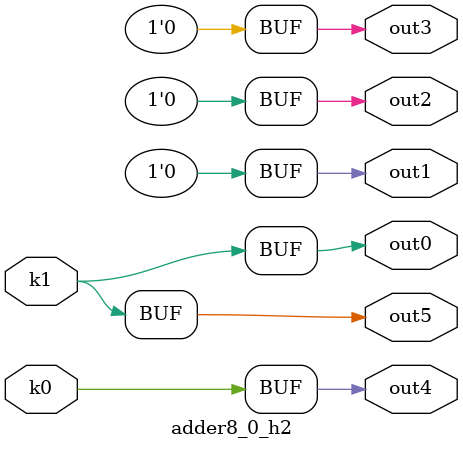
<source format=v>
module adder8_0(pi00, pi01, pi02, pi03, pi04, pi05, pi06, pi07, pi08, pi09, po0, po1, po2, po3, po4, po5);
input pi00, pi01, pi02, pi03, pi04, pi05, pi06, pi07, pi08, pi09;
output po0, po1, po2, po3, po4, po5;
wire k0, k1;
adder8_0_w2 DUT1 (pi00, pi01, pi02, pi03, pi04, pi05, pi06, pi07, pi08, pi09, k0, k1);
adder8_0_h2 DUT2 (k0, k1, po0, po1, po2, po3, po4, po5);
endmodule

module adder8_0_w2(in9, in8, in7, in6, in5, in4, in3, in2, in1, in0, k1, k0);
input in9, in8, in7, in6, in5, in4, in3, in2, in1, in0;
output k1, k0;
assign k0 =   (in9 & in4 & (in8 ^ in3)) | ((~in8 ^ in3) & (~in9 | ~in4));
assign k1 =   ~in9 ^ ~in4;
endmodule

module adder8_0_h2(k1, k0, out5, out4, out3, out2, out1, out0);
input k1, k0;
output out5, out4, out3, out2, out1, out0;
assign out0 = k1;
assign out1 = 0;
assign out2 = 0;
assign out3 = 0;
assign out4 = k0;
assign out5 = k1;
endmodule

</source>
